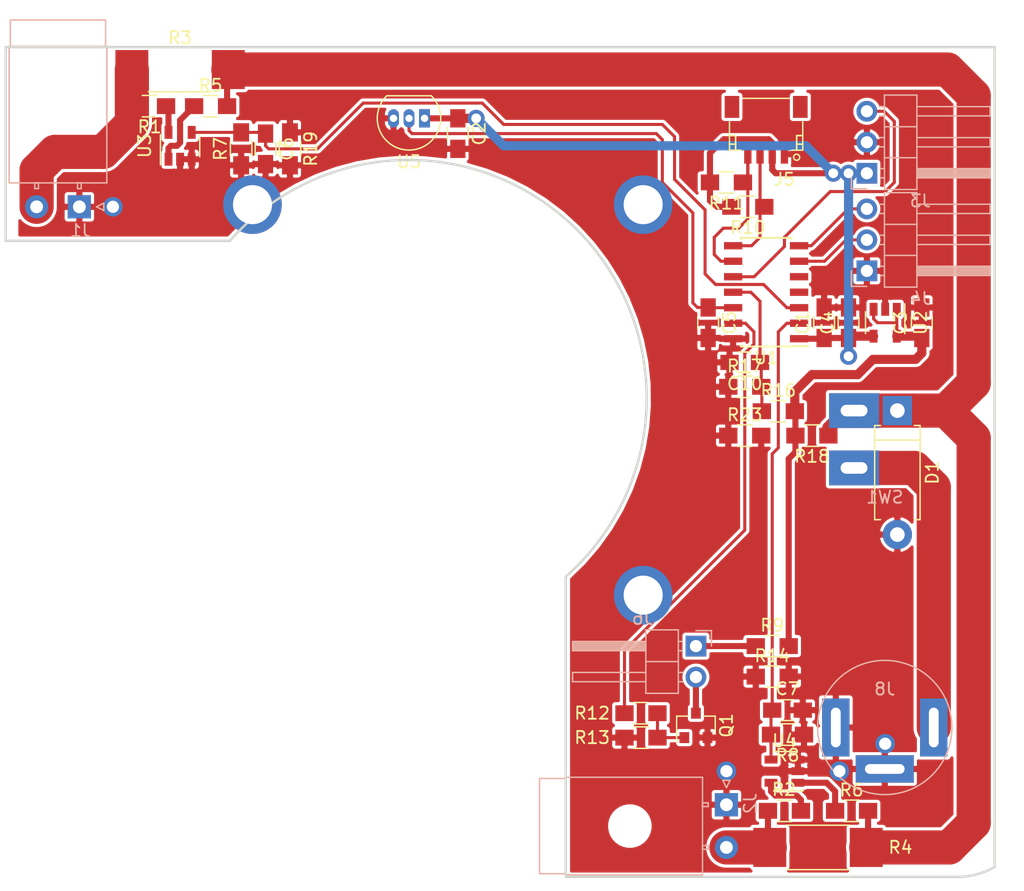
<source format=kicad_pcb>
(kicad_pcb (version 20171130) (host pcbnew "(5.1.5)-3")
  (layers (0 F.Cu signal) (31 B.Cu signal) (34 B.Paste user) (35 F.Paste user) (36 B.SilkS user) (37 F.SilkS user) (38 B.Mask user) (39 F.Mask user) (44 Edge.Cuts user))
  (net 0 "")
  (net 1 +5V)
  (net 2 GND)
  (net 3 +12V)
  (net 4 "Net-(C5-Pad1)")
  (net 5 "Net-(C6-Pad1)")
  (net 6 "Net-(C7-Pad1)")
  (net 7 "Net-(J1-Pad2)")
  (net 8 "Net-(J2-Pad2)")
  (net 9 "Net-(J3-Pad3)")
  (net 10 "Net-(J4-Pad2)")
  (net 11 "Net-(J6-Pad2)")
  (net 12 "Net-(Q1-Pad1)")
  (net 13 "Net-(R1-Pad1)")
  (net 14 "Net-(R2-Pad1)")
  (net 15 "Net-(R5-Pad1)")
  (net 16 "Net-(R6-Pad1)")
  (net 17 "Net-(R12-Pad1)")
  (net 18 "Net-(J8-Pad1)")
  (net 19 "Net-(C10-Pad1)")
  (net 20 "Net-(J4-Pad3)")
  (net 21 "Net-(J5-Pad3)")
  (net 22 "Net-(J5-Pad4)")
  (net 23 "Net-(U1-Pad4)")
  (net 24 "Net-(U1-Pad5)")
  (module ANT_PD:Barrel_Jack_CUI_PJ-005A (layer B.Cu) (at 176.015193 113.758 180)
    (fp_text reference J8 (at 4.012 3.15 180) (layer B.SilkS) (effects (justify mirror)))
    (fp_text value Barrel_Jack_Switch)
    (pad 2 thru_hole rect (at 4.012 -3.4 90) (size 2.25 4.75) (drill oval 0.8 3.25) (layers *.Cu *.Mask) (net 2 GND))
    (pad 3 thru_hole rect (at 8.023 0 180) (size 2.25 4.75) (drill oval 0.8 3.25) (layers *.Cu *.Mask) (net 2 GND))
    (pad 1 thru_hole rect (at 0 0 180) (size 2.25 4.75) (drill oval 0.8 3.25) (layers *.Cu *.Mask) (net 18 "Net-(J8-Pad1)"))
  )
  (module ANT_PD:SW_E-Switch_RR-3130-A (layer B.Cu) (at 169.485193 92.488 180)
    (fp_text reference SW1 (at -2.52 -2.4) (layer B.SilkS) (effects (justify mirror)))
    (fp_text value SW_SPST)
    (pad 2 thru_hole rect (at 0 4.7 90) (size 2.85 4.1) (drill oval 0.95 2.2) (layers *.Cu *.Mask) (net 3 +12V))
    (pad 1 thru_hole rect (at 0 0 90) (size 2.85 4.1) (drill oval 0.95 2.2) (layers *.Cu *.Mask) (net 18 "Net-(J8-Pad1)"))
  )
  (module Resistors_SMD:R_0805_HandSoldering (layer F.Cu) (at 160.535193 89.838)
    (fp_text reference R23 (at 0 -1.7) (layer F.SilkS))
    (fp_text value 0R)
    (pad 1 smd rect (at -1.35 0) (size 1.5 1.3) (layers F.Cu F.Paste F.Mask) (net 2 GND))
    (pad 2 smd rect (at 1.35 0) (size 1.5 1.3) (layers F.Cu F.Paste F.Mask) (net 2 GND))
  )
  (module Resistors_SMD:R_0805_HandSoldering (layer F.Cu) (at 123.285193 66.338 270)
    (fp_text reference R19 (at 0 -1.7 90) (layer F.SilkS))
    (fp_text value 0R)
    (pad 1 smd rect (at -1.35 0 270) (size 1.5 1.3) (layers F.Cu F.Paste F.Mask) (net 2 GND))
    (pad 2 smd rect (at 1.35 0 270) (size 1.5 1.3) (layers F.Cu F.Paste F.Mask) (net 2 GND))
  )
  (module Resistors_SMD:R_0805_HandSoldering (layer F.Cu) (at 166.035193 89.838 180)
    (fp_text reference R18 (at 0 -1.7) (layer F.SilkS))
    (fp_text value 0R)
    (pad 1 smd rect (at -1.35 0 180) (size 1.5 1.3) (layers F.Cu F.Paste F.Mask) (net 3 +12V))
    (pad 2 smd rect (at 1.35 0 180) (size 1.5 1.3) (layers F.Cu F.Paste F.Mask) (net 3 +12V))
  )
  (module Resistors_SMD:R_0805_HandSoldering (layer F.Cu) (at 162.785193 109.588)
    (fp_text reference R14 (at 0 -1.7) (layer F.SilkS))
    (fp_text value 0R)
    (pad 1 smd rect (at -1.35 0) (size 1.5 1.3) (layers F.Cu F.Paste F.Mask) (net 2 GND))
    (pad 2 smd rect (at 1.35 0) (size 1.5 1.3) (layers F.Cu F.Paste F.Mask) (net 2 GND))
  )
  (module Resistors_SMD:R_0805_HandSoldering (layer F.Cu) (at 162.785193 107.088)
    (fp_text reference R9 (at 0 -1.7) (layer F.SilkS))
    (fp_text value 0R)
    (pad 1 smd rect (at -1.35 0) (size 1.5 1.3) (layers F.Cu F.Paste F.Mask) (net 3 +12V))
    (pad 2 smd rect (at 1.35 0) (size 1.5 1.3) (layers F.Cu F.Paste F.Mask) (net 3 +12V))
  )
  (module Resistors_SMD:R_0805_HandSoldering (layer F.Cu) (at 159.035193 69.088 180)
    (fp_text reference R11 (at 0 -1.7) (layer F.SilkS))
    (fp_text value 4.7K)
    (pad 1 smd rect (at -1.35 0 180) (size 1.5 1.3) (layers F.Cu F.Paste F.Mask) (net 22 "Net-(J5-Pad4)"))
    (pad 2 smd rect (at 1.35 0 180) (size 1.5 1.3) (layers F.Cu F.Paste F.Mask) (net 1 +5V))
  )
  (module Resistors_SMD:R_0805_HandSoldering (layer F.Cu) (at 160.785193 71.088 180)
    (fp_text reference R10 (at 0 -1.7) (layer F.SilkS))
    (fp_text value 4.7K)
    (pad 1 smd rect (at -1.35 0 180) (size 1.5 1.3) (layers F.Cu F.Paste F.Mask) (net 21 "Net-(J5-Pad3)"))
    (pad 2 smd rect (at 1.35 0 180) (size 1.5 1.3) (layers F.Cu F.Paste F.Mask) (net 1 +5V))
  )
  (module Capacitors_SMD:C_0805_HandSoldering (layer F.Cu) (at 160.535193 83.838 180)
    (fp_text reference C10 (at 0 -1.75) (layer F.SilkS))
    (fp_text value 5.1nF)
    (pad 1 smd rect (at -1.25 0 180) (size 1.5 1.25) (layers F.Cu F.Paste F.Mask) (net 19 "Net-(C10-Pad1)"))
    (pad 2 smd rect (at 1.25 0 180) (size 1.5 1.25) (layers F.Cu F.Paste F.Mask) (net 2 GND))
  )
  (module Capacitors_SMD:C_0805_HandSoldering (layer F.Cu) (at 164.035193 112.338)
    (fp_text reference C7 (at 0 -1.75) (layer F.SilkS))
    (fp_text value 5.1nF)
    (pad 1 smd rect (at -1.25 0) (size 1.5 1.25) (layers F.Cu F.Paste F.Mask) (net 6 "Net-(C7-Pad1)"))
    (pad 2 smd rect (at 1.25 0) (size 1.5 1.25) (layers F.Cu F.Paste F.Mask) (net 2 GND))
  )
  (module Capacitors_SMD:C_0805_HandSoldering (layer F.Cu) (at 121.285193 66.338 270)
    (fp_text reference C6 (at 0 -1.75 90) (layer F.SilkS))
    (fp_text value 5.1nF)
    (pad 1 smd rect (at -1.25 0 270) (size 1.5 1.25) (layers F.Cu F.Paste F.Mask) (net 5 "Net-(C6-Pad1)"))
    (pad 2 smd rect (at 1.25 0 270) (size 1.5 1.25) (layers F.Cu F.Paste F.Mask) (net 2 GND))
  )
  (module Capacitors_SMD:C_0805_HandSoldering (layer F.Cu) (at 157.535193 80.588 270)
    (fp_text reference C5 (at 0 -1.75 90) (layer F.SilkS))
    (fp_text value 5.1nF)
    (pad 1 smd rect (at -1.25 0 270) (size 1.5 1.25) (layers F.Cu F.Paste F.Mask) (net 4 "Net-(C5-Pad1)"))
    (pad 2 smd rect (at 1.25 0 270) (size 1.5 1.25) (layers F.Cu F.Paste F.Mask) (net 2 GND))
  )
  (module Capacitors_SMD:C_0805_HandSoldering (layer F.Cu) (at 169.035193 80.588 90)
    (fp_text reference C4 (at 0 -1.75 90) (layer F.SilkS))
    (fp_text value 4.7uF)
    (pad 1 smd rect (at -1.25 0 90) (size 1.5 1.25) (layers F.Cu F.Paste F.Mask) (net 1 +5V))
    (pad 2 smd rect (at 1.25 0 90) (size 1.5 1.25) (layers F.Cu F.Paste F.Mask) (net 2 GND))
  )
  (module Capacitors_SMD:C_0805_HandSoldering (layer F.Cu) (at 175.035193 80.588 90)
    (fp_text reference C3 (at 0 -1.75 90) (layer F.SilkS))
    (fp_text value 2.2uF)
    (pad 1 smd rect (at -1.25 0 90) (size 1.5 1.25) (layers F.Cu F.Paste F.Mask) (net 3 +12V))
    (pad 2 smd rect (at 1.25 0 90) (size 1.5 1.25) (layers F.Cu F.Paste F.Mask) (net 2 GND))
  )
  (module Capacitors_SMD:C_0805_HandSoldering (layer F.Cu) (at 137.035193 65.088 270)
    (fp_text reference C2 (at 0 -1.75 90) (layer F.SilkS))
    (fp_text value 0.1uF)
    (pad 1 smd rect (at -1.25 0 270) (size 1.5 1.25) (layers F.Cu F.Paste F.Mask) (net 1 +5V))
    (pad 2 smd rect (at 1.25 0 270) (size 1.5 1.25) (layers F.Cu F.Paste F.Mask) (net 2 GND))
  )
  (module Capacitors_SMD:C_0805_HandSoldering (layer F.Cu) (at 167.035193 80.588 90)
    (fp_text reference C1 (at 0 -1.75 90) (layer F.SilkS))
    (fp_text value 0.1uF)
    (pad 1 smd rect (at -1.25 0 90) (size 1.5 1.25) (layers F.Cu F.Paste F.Mask) (net 1 +5V))
    (pad 2 smd rect (at 1.25 0 90) (size 1.5 1.25) (layers F.Cu F.Paste F.Mask) (net 2 GND))
  )
  (module Housings_SOIC:SOIC-14_3.9x8.7mm_Pitch1.27mm (layer F.Cu) (at 162.285193 78.088 180)
    (fp_text reference U1 (at 0 -5.375) (layer F.SilkS))
    (fp_text value ATtiny1604-SS)
    (pad 1 smd rect (at -2.7 -3.81 180) (size 1.5 0.6) (layers F.Cu F.Paste F.Mask) (net 1 +5V))
    (pad 2 smd rect (at -2.7 -2.54 180) (size 1.5 0.6) (layers F.Cu F.Paste F.Mask) (net 6 "Net-(C7-Pad1)"))
    (pad 3 smd rect (at -2.7 -1.27 180) (size 1.5 0.6) (layers F.Cu F.Paste F.Mask) (net 5 "Net-(C6-Pad1)"))
    (pad 4 smd rect (at -2.7 0 180) (size 1.5 0.6) (layers F.Cu F.Paste F.Mask) (net 23 "Net-(U1-Pad4)"))
    (pad 5 smd rect (at -2.7 1.27 180) (size 1.5 0.6) (layers F.Cu F.Paste F.Mask) (net 24 "Net-(U1-Pad5)"))
    (pad 6 smd rect (at -2.7 2.54 180) (size 1.5 0.6) (layers F.Cu F.Paste F.Mask) (net 10 "Net-(J4-Pad2)"))
    (pad 7 smd rect (at -2.7 3.81 180) (size 1.5 0.6) (layers F.Cu F.Paste F.Mask) (net 20 "Net-(J4-Pad3)"))
    (pad 8 smd rect (at 2.7 3.81 180) (size 1.5 0.6) (layers F.Cu F.Paste F.Mask) (net 21 "Net-(J5-Pad3)"))
    (pad 9 smd rect (at 2.7 2.54 180) (size 1.5 0.6) (layers F.Cu F.Paste F.Mask) (net 22 "Net-(J5-Pad4)"))
    (pad 10 smd rect (at 2.7 1.27 180) (size 1.5 0.6) (layers F.Cu F.Paste F.Mask) (net 9 "Net-(J3-Pad3)"))
    (pad 11 smd rect (at 2.7 0 180) (size 1.5 0.6) (layers F.Cu F.Paste F.Mask) (net 19 "Net-(C10-Pad1)"))
    (pad 12 smd rect (at 2.7 -1.27 180) (size 1.5 0.6) (layers F.Cu F.Paste F.Mask) (net 4 "Net-(C5-Pad1)"))
    (pad 13 smd rect (at 2.7 -2.54 180) (size 1.5 0.6) (layers F.Cu F.Paste F.Mask) (net 17 "Net-(R12-Pad1)"))
    (pad 14 smd rect (at 2.7 -3.81 180) (size 1.5 0.6) (layers F.Cu F.Paste F.Mask) (net 2 GND))
  )
  (module Pin_Headers:Pin_Header_Angled_1x03_Pitch2.54mm (layer B.Cu) (at 170.535193 68.338)
    (fp_text reference J3 (at 4.385 2.27) (layer B.SilkS) (effects (justify mirror)))
    (fp_text value UPDI)
    (pad 1 thru_hole rect (at 0 0) (size 1.7 1.7) (drill 1) (layers *.Cu *.Mask) (net 1 +5V))
    (pad 2 thru_hole oval (at 0 -2.54) (size 1.7 1.7) (drill 1) (layers *.Cu *.Mask) (net 2 GND))
    (pad 3 thru_hole oval (at 0 -5.08) (size 1.7 1.7) (drill 1) (layers *.Cu *.Mask) (net 9 "Net-(J3-Pad3)"))
  )
  (module Resistors_SMD:R_0805_HandSoldering (layer F.Cu) (at 160.535193 85.838)
    (fp_text reference R17 (at 0 -1.7) (layer F.SilkS))
    (fp_text value 1.5K)
    (pad 1 smd rect (at -1.35 0) (size 1.5 1.3) (layers F.Cu F.Paste F.Mask) (net 2 GND))
    (pad 2 smd rect (at 1.35 0) (size 1.5 1.3) (layers F.Cu F.Paste F.Mask) (net 19 "Net-(C10-Pad1)"))
  )
  (module Resistors_SMD:R_0805_HandSoldering (layer F.Cu) (at 163.285193 87.838)
    (fp_text reference R16 (at 0 -1.7) (layer F.SilkS))
    (fp_text value 13K)
    (pad 1 smd rect (at -1.35 0) (size 1.5 1.3) (layers F.Cu F.Paste F.Mask) (net 19 "Net-(C10-Pad1)"))
    (pad 2 smd rect (at 1.35 0) (size 1.5 1.3) (layers F.Cu F.Paste F.Mask) (net 3 +12V))
  )
  (module Diodes_THT:D_DO-15_P10.16mm_Horizontal (layer F.Cu) (at 173.035193 87.788 270)
    (fp_text reference D1 (at 5.08 -2.86 90) (layer F.SilkS))
    (fp_text value SA12CA)
    (pad 1 thru_hole rect (at 0 0 270) (size 2.4 2.4) (drill 1.2) (layers *.Cu *.Mask) (net 3 +12V))
    (pad 2 thru_hole oval (at 10.16 0 270) (size 2.4 2.4) (drill 1.2) (layers *.Cu *.Mask) (net 2 GND))
  )
  (module TO_SOT_Packages_THT:TO-92_Inline_Narrow_Oval (layer F.Cu) (at 134.305193 63.838 180)
    (fp_text reference U5 (at 1.27 -3.56) (layer F.SilkS))
    (fp_text value MCP9700A-ETO)
    (pad 2 thru_hole oval (at 1.27 0) (size 0.9 1.5) (drill 0.6) (layers *.Cu *.Mask) (net 4 "Net-(C5-Pad1)"))
    (pad 3 thru_hole oval (at 2.54 0) (size 0.9 1.5) (drill 0.6) (layers *.Cu *.Mask) (net 2 GND))
    (pad 1 thru_hole rect (at 0 0) (size 0.9 1.5) (drill 0.6) (layers *.Cu *.Mask) (net 1 +5V))
  )
  (module TO_SOT_Packages_SMD:SOT-23-5 (layer F.Cu) (at 163.785193 117.338 180)
    (fp_text reference U4 (at 0 2.5) (layer F.SilkS))
    (fp_text value SI8540-B-FWR)
    (pad 1 smd rect (at -1.1 -0.95 180) (size 1.06 0.65) (layers F.Cu F.Paste F.Mask) (net 16 "Net-(R6-Pad1)"))
    (pad 2 smd rect (at -1.1 0 180) (size 1.06 0.65) (layers F.Cu F.Paste F.Mask) (net 2 GND))
    (pad 3 smd rect (at -1.1 0.95 180) (size 1.06 0.65) (layers F.Cu F.Paste F.Mask) (net 2 GND))
    (pad 4 smd rect (at 1.1 0.95 180) (size 1.06 0.65) (layers F.Cu F.Paste F.Mask) (net 6 "Net-(C7-Pad1)"))
    (pad 5 smd rect (at 1.1 -0.95 180) (size 1.06 0.65) (layers F.Cu F.Paste F.Mask) (net 14 "Net-(R2-Pad1)"))
  )
  (module TO_SOT_Packages_SMD:SOT-23-5 (layer F.Cu) (at 114.285193 66.088 90)
    (fp_text reference U3 (at 0 -2.9 90) (layer F.SilkS))
    (fp_text value SI8540-B-FWR)
    (pad 1 smd rect (at -1.1 -0.95 90) (size 1.06 0.65) (layers F.Cu F.Paste F.Mask) (net 15 "Net-(R5-Pad1)"))
    (pad 2 smd rect (at -1.1 0 90) (size 1.06 0.65) (layers F.Cu F.Paste F.Mask) (net 2 GND))
    (pad 3 smd rect (at -1.1 0.95 90) (size 1.06 0.65) (layers F.Cu F.Paste F.Mask) (net 2 GND))
    (pad 4 smd rect (at 1.1 0.95 90) (size 1.06 0.65) (layers F.Cu F.Paste F.Mask) (net 5 "Net-(C6-Pad1)"))
    (pad 5 smd rect (at 1.1 -0.95 90) (size 1.06 0.65) (layers F.Cu F.Paste F.Mask) (net 13 "Net-(R1-Pad1)"))
  )
  (module TO_SOT_Packages_SMD:SOT-23-5 (layer F.Cu) (at 172.035193 80.588 270)
    (fp_text reference U2 (at 0 -2.9 90) (layer F.SilkS))
    (fp_text value R1191N050B-TR-FE)
    (pad 1 smd rect (at -1.1 -0.95 270) (size 1.06 0.65) (layers F.Cu F.Paste F.Mask) (net 3 +12V))
    (pad 2 smd rect (at -1.1 0 270) (size 1.06 0.65) (layers F.Cu F.Paste F.Mask) (net 2 GND))
    (pad 3 smd rect (at -1.1 0.95 270) (size 1.06 0.65) (layers F.Cu F.Paste F.Mask) (net 3 +12V))
    (pad 4 smd rect (at 1.1 0.95 270) (size 1.06 0.65) (layers F.Cu F.Paste F.Mask) (net 1 +5V))
    (pad 5 smd rect (at 1.1 -0.95 270) (size 1.06 0.65) (layers F.Cu F.Paste F.Mask) (net 3 +12V))
  )
  (module Resistors_SMD:R_0805_HandSoldering (layer F.Cu) (at 152.035193 114.588)
    (fp_text reference R13 (at -4 0) (layer F.SilkS))
    (fp_text value 100K)
    (pad 1 smd rect (at -1.35 0) (size 1.5 1.3) (layers F.Cu F.Paste F.Mask) (net 2 GND))
    (pad 2 smd rect (at 1.35 0) (size 1.5 1.3) (layers F.Cu F.Paste F.Mask) (net 12 "Net-(Q1-Pad1)"))
  )
  (module Resistors_SMD:R_0805_HandSoldering (layer F.Cu) (at 152.035193 112.588)
    (fp_text reference R12 (at -4 0) (layer F.SilkS))
    (fp_text value 1K)
    (pad 1 smd rect (at -1.35 0) (size 1.5 1.3) (layers F.Cu F.Paste F.Mask) (net 17 "Net-(R12-Pad1)"))
    (pad 2 smd rect (at 1.35 0) (size 1.5 1.3) (layers F.Cu F.Paste F.Mask) (net 12 "Net-(Q1-Pad1)"))
  )
  (module Resistors_SMD:R_0805_HandSoldering (layer F.Cu) (at 164.035193 114.338 180)
    (fp_text reference R8 (at 0 -1.7) (layer F.SilkS))
    (fp_text value 1.5K)
    (pad 1 smd rect (at -1.35 0 180) (size 1.5 1.3) (layers F.Cu F.Paste F.Mask) (net 2 GND))
    (pad 2 smd rect (at 1.35 0 180) (size 1.5 1.3) (layers F.Cu F.Paste F.Mask) (net 6 "Net-(C7-Pad1)"))
  )
  (module Resistors_SMD:R_0805_HandSoldering (layer F.Cu) (at 119.285193 66.338 90)
    (fp_text reference R7 (at 0 -1.7 90) (layer F.SilkS))
    (fp_text value 1.5K)
    (pad 1 smd rect (at -1.35 0 90) (size 1.5 1.3) (layers F.Cu F.Paste F.Mask) (net 2 GND))
    (pad 2 smd rect (at 1.35 0 90) (size 1.5 1.3) (layers F.Cu F.Paste F.Mask) (net 5 "Net-(C6-Pad1)"))
  )
  (module Resistors_SMD:R_0805_HandSoldering (layer F.Cu) (at 169.285193 120.588)
    (fp_text reference R6 (at 0 -1.7) (layer F.SilkS))
    (fp_text value 50R)
    (pad 1 smd rect (at -1.35 0) (size 1.5 1.3) (layers F.Cu F.Paste F.Mask) (net 16 "Net-(R6-Pad1)"))
    (pad 2 smd rect (at 1.35 0) (size 1.5 1.3) (layers F.Cu F.Paste F.Mask) (net 3 +12V))
  )
  (module Resistors_SMD:R_0805_HandSoldering (layer F.Cu) (at 116.785193 62.838)
    (fp_text reference R5 (at 0 -1.7) (layer F.SilkS))
    (fp_text value 50R)
    (pad 1 smd rect (at -1.35 0) (size 1.5 1.3) (layers F.Cu F.Paste F.Mask) (net 15 "Net-(R5-Pad1)"))
    (pad 2 smd rect (at 1.35 0) (size 1.5 1.3) (layers F.Cu F.Paste F.Mask) (net 3 +12V))
  )
  (module Resistors_SMD:R_2512_HandSoldering (layer F.Cu) (at 166.535193 123.588)
    (fp_text reference R4 (at 6.75 0) (layer F.SilkS))
    (fp_text value 5m)
    (pad 1 smd rect (at -3.95 0) (size 2.7 3.2) (layers F.Cu F.Paste F.Mask) (net 8 "Net-(J2-Pad2)"))
    (pad 2 smd rect (at 3.95 0) (size 2.7 3.2) (layers F.Cu F.Paste F.Mask) (net 3 +12V))
  )
  (module Resistors_SMD:R_2512_HandSoldering (layer F.Cu) (at 114.285193 59.838)
    (fp_text reference R3 (at 0 -2.6) (layer F.SilkS))
    (fp_text value 5m)
    (pad 1 smd rect (at -3.95 0) (size 2.7 3.2) (layers F.Cu F.Paste F.Mask) (net 7 "Net-(J1-Pad2)"))
    (pad 2 smd rect (at 3.95 0) (size 2.7 3.2) (layers F.Cu F.Paste F.Mask) (net 3 +12V))
  )
  (module Resistors_SMD:R_0805_HandSoldering (layer F.Cu) (at 163.785193 120.588 180)
    (fp_text reference R2 (at 0.0452 1.75) (layer F.SilkS))
    (fp_text value 50R)
    (pad 1 smd rect (at -1.35 0 180) (size 1.5 1.3) (layers F.Cu F.Paste F.Mask) (net 14 "Net-(R2-Pad1)"))
    (pad 2 smd rect (at 1.35 0 180) (size 1.5 1.3) (layers F.Cu F.Paste F.Mask) (net 8 "Net-(J2-Pad2)"))
  )
  (module Resistors_SMD:R_0805_HandSoldering (layer F.Cu) (at 111.785193 62.838 180)
    (fp_text reference R1 (at 0 -1.7) (layer F.SilkS))
    (fp_text value 50R)
    (pad 1 smd rect (at -1.35 0 180) (size 1.5 1.3) (layers F.Cu F.Paste F.Mask) (net 13 "Net-(R1-Pad1)"))
    (pad 2 smd rect (at 1.35 0 180) (size 1.5 1.3) (layers F.Cu F.Paste F.Mask) (net 7 "Net-(J1-Pad2)"))
  )
  (module TO_SOT_Packages_SMD:SOT-23 (layer F.Cu) (at 156.535193 113.588 90)
    (fp_text reference Q1 (at 0 2.5 90) (layer F.SilkS))
    (fp_text value 2N7002)
    (pad 1 smd rect (at -1 -0.95 90) (size 0.9 0.8) (layers F.Cu F.Paste F.Mask) (net 12 "Net-(Q1-Pad1)"))
    (pad 2 smd rect (at -1 0.95 90) (size 0.9 0.8) (layers F.Cu F.Paste F.Mask) (net 2 GND))
    (pad 3 smd rect (at 1 0 90) (size 0.9 0.8) (layers F.Cu F.Paste F.Mask) (net 11 "Net-(J6-Pad2)"))
  )
  (module Pin_Headers:Pin_Header_Angled_1x02_Pitch2.54mm (layer B.Cu) (at 156.535193 107.088 180)
    (fp_text reference J6 (at 4.385 2.27) (layer B.SilkS) (effects (justify mirror)))
    (fp_text value Fan)
    (pad 1 thru_hole rect (at 0 0 180) (size 1.7 1.7) (drill 1) (layers *.Cu *.Mask) (net 3 +12V))
    (pad 2 thru_hole oval (at 0 -2.54 180) (size 1.7 1.7) (drill 1) (layers *.Cu *.Mask) (net 11 "Net-(J6-Pad2)"))
  )
  (module Connectors_JST:JST_SH_SM04B-SRSS-TB_04x1.00mm_Angled (layer F.Cu) (at 162.285193 64.838 180)
    (fp_text reference J5 (at -1.5 -4) (layer F.SilkS))
    (fp_text value Qwiic)
    (pad 1 smd rect (at -1.5 -1.9375 180) (size 0.6 1.55) (layers F.Cu F.Paste F.Mask) (net 2 GND))
    (pad 2 smd rect (at -0.5 -1.9375 180) (size 0.6 1.55) (layers F.Cu F.Paste F.Mask) (net 1 +5V))
    (pad 3 smd rect (at 0.5 -1.9375 180) (size 0.6 1.55) (layers F.Cu F.Paste F.Mask) (net 21 "Net-(J5-Pad3)"))
    (pad 4 smd rect (at 1.5 -1.9375 180) (size 0.6 1.55) (layers F.Cu F.Paste F.Mask) (net 22 "Net-(J5-Pad4)"))
    (pad "" smd rect (at -2.8 1.9375 180) (size 1.2 1.8) (layers F.Cu F.Paste F.Mask))
    (pad "" smd rect (at 2.8 1.9375 180) (size 1.2 1.8) (layers *.Paste F.Cu F.Mask))
  )
  (module Pin_Headers:Pin_Header_Angled_1x03_Pitch2.54mm (layer B.Cu) (at 170.535193 76.338)
    (fp_text reference J4 (at 4.385 2.27) (layer B.SilkS) (effects (justify mirror)))
    (fp_text value UART)
    (pad 3 thru_hole oval (at 0 -5.08) (size 1.7 1.7) (drill 1) (layers *.Cu *.Mask) (net 20 "Net-(J4-Pad3)"))
    (pad 2 thru_hole oval (at 0 -2.54) (size 1.7 1.7) (drill 1) (layers *.Cu *.Mask) (net 10 "Net-(J4-Pad2)"))
    (pad 1 thru_hole rect (at 0 0) (size 1.7 1.7) (drill 1) (layers *.Cu *.Mask) (net 2 GND))
  )
  (module ANT_PD:Molex_UltraFit_1x02x3.50mm_Angled (layer B.Cu) (at 159.035193 120.088 270)
    (fp_text reference J2 (at -0.1 -1.95 90) (layer B.SilkS) (effects (justify mirror)))
    (fp_text value MOTORS)
    (pad 2 thru_hole circle (at 3.5 0 270) (size 1.9 1.9) (drill 1.05) (layers *.Cu *.Mask) (net 8 "Net-(J2-Pad2)"))
    (pad 1 thru_hole rect (at 0 0 270) (size 1.9 1.9) (drill 1.05) (layers *.Cu *.Mask) (net 2 GND))
    (pad "" np_thru_hole circle (at 1.75 7.91 270) (size 3.05 3.05) (drill 3.05) (layers *.Cu *.Mask))
  )
  (module ANT_PD:Molex_UltraFit_1x02x3.50mm_Angled (layer B.Cu) (at 106.035193 71.088 180)
    (fp_text reference J1 (at -0.1 -1.95) (layer B.SilkS) (effects (justify mirror)))
    (fp_text value SPINDLE)
    (pad 2 thru_hole circle (at 3.5 0 180) (size 1.9 1.9) (drill 1.05) (layers *.Cu *.Mask) (net 7 "Net-(J1-Pad2)"))
    (pad 1 thru_hole rect (at 0 0 180) (size 1.9 1.9) (drill 1.05) (layers *.Cu *.Mask) (net 2 GND))
    (pad "" np_thru_hole circle (at 1.75 7.91 180) (size 3.05 3.05) (drill 3.05) (layers *.Cu *.Mask))
  )
  (gr_line (start 100 58) (end 100 73.87739) (layer Edge.Cuts) (width 0.2))
  (gr_arc (start 133.003513 86.749828) (end 145.872593 101.397399) (angle -187.3830023) (layer Edge.Cuts) (width 0.2))
  (gr_line (start 100 73.87739) (end 118.358893 73.87739) (layer Edge.Cuts) (width 0.2))
  (gr_line (start 181.002322 125.185897) (end 181.002322 58) (layer Edge.Cuts) (width 0.2))
  (gr_arc (start 177.965623 119.930049) (end 177.999999 126) (angle -29.69377473) (layer Edge.Cuts) (width 0.2))
  (gr_line (start 145.872593 101.397399) (end 145.872593 126) (layer Edge.Cuts) (width 0.2))
  (gr_line (start 181.002322 58) (end 100 58) (layer Edge.Cuts) (width 0.2))
  (gr_line (start 145.872593 126) (end 177.999999 126) (layer Edge.Cuts) (width 0.2))
  (via (at 169.035193 83.338) (size 1.4) (drill 0.8) (layers F.Cu B.Cu) (net 1))
  (segment (start 169.185193 81.688) (end 169.035193 81.838) (width 0.75) (layer F.Cu) (net 1))
  (segment (start 171.085193 81.688) (end 169.185193 81.688) (width 0.75) (layer F.Cu) (net 1))
  (segment (start 166.975193 81.898) (end 167.035193 81.838) (width 0.5) (layer F.Cu) (net 1))
  (segment (start 164.985193 81.898) (end 166.975193 81.898) (width 0.5) (layer F.Cu) (net 1))
  (segment (start 158.285193 71.088) (end 159.435193 71.088) (width 0.5) (layer F.Cu) (net 1))
  (segment (start 157.685193 69.088) (end 157.685193 70.588) (width 0.5) (layer F.Cu) (net 1))
  (segment (start 157.685193 70.588) (end 158.285193 71.088) (width 0.5) (layer F.Cu) (net 1))
  (segment (start 162.785193 66.7755) (end 162.785193 65.838) (width 0.5) (layer F.Cu) (net 1))
  (segment (start 137.035193 63.838) (end 134.305193 63.838) (width 0.5) (layer F.Cu) (net 1))
  (segment (start 169.035193 81.838) (end 167.035193 81.838) (width 0.5) (layer F.Cu) (net 1))
  (segment (start 163.072693 68.338) (end 170.535193 68.338) (width 0.5) (layer F.Cu) (net 1))
  (segment (start 162.785193 66.7755) (end 162.785193 68.0505) (width 0.5) (layer F.Cu) (net 1))
  (segment (start 162.785193 68.0505) (end 163.072693 68.338) (width 0.5) (layer F.Cu) (net 1))
  (segment (start 157.685193 69.088) (end 157.685193 66.688) (width 0.5) (layer F.Cu) (net 1))
  (segment (start 162.497692 65.550499) (end 162.785193 65.838) (width 0.5) (layer F.Cu) (net 1))
  (segment (start 158.822694 65.550499) (end 162.497692 65.550499) (width 0.5) (layer F.Cu) (net 1))
  (segment (start 157.685193 66.688) (end 158.822694 65.550499) (width 0.5) (layer F.Cu) (net 1))
  (via (at 169.035193 68.338) (size 1.4) (drill 0.8) (layers F.Cu B.Cu) (net 1))
  (via (at 167.785193 68.338) (size 1.4) (drill 0.8) (layers F.Cu B.Cu) (net 1))
  (via (at 138.535193 63.838) (size 1.4) (drill 0.8) (layers F.Cu B.Cu) (net 1))
  (segment (start 138.535193 63.838) (end 137.035193 63.838) (width 0.75) (layer F.Cu) (net 1))
  (segment (start 169.035193 83.588) (end 169.035193 68.338) (width 0.75) (layer B.Cu) (net 1))
  (segment (start 139.160192 64.462999) (end 138.535193 63.838) (width 0.75) (layer B.Cu) (net 1))
  (segment (start 140.785193 66.088) (end 139.160192 64.462999) (width 0.75) (layer B.Cu) (net 1))
  (segment (start 167.785193 68.338) (end 165.535193 66.088) (width 0.75) (layer B.Cu) (net 1))
  (segment (start 165.535193 66.088) (end 140.785193 66.088) (width 0.75) (layer B.Cu) (net 1))
  (segment (start 169.035193 81.838) (end 169.035193 83.338) (width 0.75) (layer F.Cu) (net 1))
  (via (at 120.214807 70.911999) (size 4.8) (drill 3.2) (layers F.Cu B.Cu) (net 2))
  (via (at 152.214807 70.911999) (size 4.8) (drill 3.2) (layers F.Cu B.Cu) (net 2))
  (via (at 152.214807 102.911999) (size 4.8) (drill 3.2) (layers F.Cu B.Cu) (net 2))
  (via (at 159.035193 117.338) (size 1.6) (drill 1) (layers F.Cu B.Cu) (net 2))
  (via (at 168.285193 117.338) (size 1.6) (drill 1) (layers F.Cu B.Cu) (net 2))
  (via (at 108.785193 71.088) (size 1.6) (drill 1) (layers F.Cu B.Cu) (net 2))
  (via (at 172.035193 115.088) (size 1.6) (drill 1) (layers F.Cu B.Cu) (net 2))
  (segment (start 172.985193 79.488) (end 172.985193 81.688) (width 0.25) (layer F.Cu) (net 3))
  (segment (start 171.085193 80.268) (end 171.405193 80.588) (width 0.25) (layer F.Cu) (net 3))
  (segment (start 171.085193 79.488) (end 171.085193 80.268) (width 0.25) (layer F.Cu) (net 3))
  (segment (start 171.405193 80.588) (end 172.785193 80.588) (width 0.25) (layer F.Cu) (net 3))
  (segment (start 172.985193 80.788) (end 172.985193 81.688) (width 0.25) (layer F.Cu) (net 3))
  (segment (start 172.785193 80.588) (end 172.985193 80.788) (width 0.25) (layer F.Cu) (net 3))
  (segment (start 174.885193 81.688) (end 175.035193 81.838) (width 0.75) (layer F.Cu) (net 3))
  (segment (start 172.985193 81.688) (end 174.885193 81.688) (width 0.75) (layer F.Cu) (net 3))
  (segment (start 170.635193 123.438) (end 170.485193 123.588) (width 0.5) (layer F.Cu) (net 3))
  (segment (start 170.635193 120.588) (end 170.635193 123.438) (width 0.5) (layer F.Cu) (net 3))
  (segment (start 118.135193 59.938) (end 118.235193 59.838) (width 0.5) (layer F.Cu) (net 3))
  (segment (start 118.135193 62.838) (end 118.135193 59.938) (width 0.5) (layer F.Cu) (net 3))
  (segment (start 156.535193 107.088) (end 161.435193 107.088) (width 0.5) (layer F.Cu) (net 3))
  (segment (start 170.485193 123.588) (end 177.285193 123.588) (width 2.8) (layer F.Cu) (net 3))
  (segment (start 177.285193 123.588) (end 179.285193 121.588) (width 2.8) (layer F.Cu) (net 3))
  (segment (start 169.481999 87.788) (end 169.48 87.789999) (width 2.8) (layer F.Cu) (net 3))
  (segment (start 177.035193 87.788) (end 174.335193 87.788) (width 2.8) (layer F.Cu) (net 3))
  (segment (start 174.335193 87.788) (end 169.485193 87.788) (width 2.8) (layer F.Cu) (net 3))
  (segment (start 179.285193 90.038) (end 177.035193 87.788) (width 2.8) (layer F.Cu) (net 3))
  (segment (start 179.285193 90.038) (end 179.285193 121.588) (width 2.8) (layer F.Cu) (net 3))
  (segment (start 177.147201 59.838) (end 179.285193 61.975992) (width 2.8) (layer F.Cu) (net 3))
  (segment (start 179.285193 85.538) (end 177.035193 87.788) (width 2.8) (layer F.Cu) (net 3))
  (segment (start 179.285193 61.975992) (end 179.285193 85.538) (width 2.8) (layer F.Cu) (net 3))
  (segment (start 174.535193 83.588) (end 175.035193 83.088) (width 0.75) (layer F.Cu) (net 3))
  (segment (start 164.635193 86.238) (end 166.035193 84.838) (width 0.75) (layer F.Cu) (net 3))
  (segment (start 169.785193 84.838) (end 171.035193 83.588) (width 0.75) (layer F.Cu) (net 3))
  (segment (start 175.035193 83.088) (end 175.035193 81.838) (width 0.75) (layer F.Cu) (net 3))
  (segment (start 164.635193 87.838) (end 164.635193 86.238) (width 0.75) (layer F.Cu) (net 3))
  (segment (start 166.035193 84.838) (end 169.785193 84.838) (width 0.75) (layer F.Cu) (net 3))
  (segment (start 171.035193 83.588) (end 174.535193 83.588) (width 0.75) (layer F.Cu) (net 3))
  (segment (start 118.235193 59.838) (end 177.136561 59.838) (width 2.8) (layer F.Cu) (net 3))
  (segment (start 164.685193 87.888) (end 164.635193 87.838) (width 0.5) (layer F.Cu) (net 3))
  (segment (start 164.685193 89.838) (end 164.685193 87.888) (width 0.5) (layer F.Cu) (net 3))
  (segment (start 164.685193 91.188) (end 164.685193 89.838) (width 0.5) (layer F.Cu) (net 3))
  (segment (start 164.135193 107.088) (end 164.135193 91.738) (width 0.5) (layer F.Cu) (net 3))
  (segment (start 164.135193 91.738) (end 164.685193 91.188) (width 0.5) (layer F.Cu) (net 3))
  (segment (start 167.385193 89.838) (end 167.385193 89.188) (width 1) (layer F.Cu) (net 3))
  (segment (start 168.785193 87.788) (end 169.485193 87.788) (width 1) (layer F.Cu) (net 3))
  (segment (start 167.385193 89.188) (end 168.785193 87.788) (width 1) (layer F.Cu) (net 3))
  (segment (start 159.585193 79.358) (end 158.015193 79.358) (width 0.25) (layer F.Cu) (net 4))
  (segment (start 156.285193 78.963) (end 156.660193 79.338) (width 0.25) (layer F.Cu) (net 4))
  (segment (start 156.660193 79.338) (end 157.535193 79.338) (width 0.25) (layer F.Cu) (net 4))
  (segment (start 156.285193 71.588) (end 156.285193 78.963) (width 0.25) (layer F.Cu) (net 4))
  (segment (start 153.785193 69.088) (end 156.285193 71.588) (width 0.25) (layer F.Cu) (net 4))
  (segment (start 133.035193 64.838) (end 133.285193 65.088) (width 0.25) (layer F.Cu) (net 4))
  (segment (start 133.035193 63.838) (end 133.035193 64.838) (width 0.25) (layer F.Cu) (net 4))
  (segment (start 133.285193 65.088) (end 153.285193 65.088) (width 0.25) (layer F.Cu) (net 4))
  (segment (start 153.785193 65.588) (end 153.785193 69.088) (width 0.25) (layer F.Cu) (net 4))
  (segment (start 153.285193 65.088) (end 153.785193 65.588) (width 0.25) (layer F.Cu) (net 4))
  (segment (start 119.185193 64.988) (end 119.285193 65.088) (width 0.25) (layer F.Cu) (net 5))
  (segment (start 119.285193 64.988) (end 121.185193 64.988) (width 0.25) (layer F.Cu) (net 5))
  (segment (start 115.235193 64.988) (end 119.285193 64.988) (width 0.25) (layer F.Cu) (net 5))
  (segment (start 121.285193 66.088) (end 121.285193 65.088) (width 0.25) (layer F.Cu) (net 5))
  (segment (start 125.535193 66.338) (end 121.535193 66.338) (width 0.25) (layer F.Cu) (net 5))
  (segment (start 129.285193 62.588) (end 125.535193 66.338) (width 0.25) (layer F.Cu) (net 5))
  (segment (start 121.535193 66.338) (end 121.285193 66.088) (width 0.25) (layer F.Cu) (net 5))
  (segment (start 157.285193 76.588) (end 157.285193 71.338) (width 0.25) (layer F.Cu) (net 5))
  (segment (start 162.080193 77.453) (end 158.150193 77.453) (width 0.25) (layer F.Cu) (net 5))
  (segment (start 154.785193 68.838) (end 154.785193 65.338) (width 0.25) (layer F.Cu) (net 5))
  (segment (start 140.785193 64.338) (end 139.035193 62.588) (width 0.25) (layer F.Cu) (net 5))
  (segment (start 164.985193 79.358) (end 163.985193 79.358) (width 0.25) (layer F.Cu) (net 5))
  (segment (start 158.150193 77.453) (end 157.285193 76.588) (width 0.25) (layer F.Cu) (net 5))
  (segment (start 163.985193 79.358) (end 162.080193 77.453) (width 0.25) (layer F.Cu) (net 5))
  (segment (start 157.285193 71.338) (end 154.785193 68.838) (width 0.25) (layer F.Cu) (net 5))
  (segment (start 154.785193 65.338) (end 153.785193 64.338) (width 0.25) (layer F.Cu) (net 5))
  (segment (start 153.785193 64.338) (end 140.785193 64.338) (width 0.25) (layer F.Cu) (net 5))
  (segment (start 139.035193 62.588) (end 129.285193 62.588) (width 0.25) (layer F.Cu) (net 5))
  (segment (start 162.685193 112.438) (end 162.785193 112.338) (width 0.25) (layer F.Cu) (net 6))
  (segment (start 162.685193 114.338) (end 162.685193 112.438) (width 0.25) (layer F.Cu) (net 6))
  (segment (start 162.685193 114.338) (end 162.685193 116.388) (width 0.25) (layer F.Cu) (net 6))
  (segment (start 163.985193 80.628) (end 164.985193 80.628) (width 0.25) (layer F.Cu) (net 6))
  (segment (start 163.285193 81.328) (end 163.985193 80.628) (width 0.25) (layer F.Cu) (net 6))
  (segment (start 162.785193 91.338) (end 163.285193 90.838) (width 0.25) (layer F.Cu) (net 6))
  (segment (start 162.785193 112.338) (end 162.785193 91.338) (width 0.25) (layer F.Cu) (net 6))
  (segment (start 163.285193 81.328) (end 163.285193 90.838) (width 0.25) (layer F.Cu) (net 6))
  (segment (start 104.035193 66.588) (end 102.535193 68.088) (width 2.8) (layer F.Cu) (net 7))
  (segment (start 102.535193 68.088) (end 102.535193 71.088) (width 2.8) (layer F.Cu) (net 7))
  (segment (start 107.985193 66.588) (end 104.035193 66.588) (width 2.8) (layer F.Cu) (net 7))
  (segment (start 110.335193 64.238) (end 107.985193 66.588) (width 2.8) (layer F.Cu) (net 7))
  (segment (start 110.335193 59.838) (end 110.335193 64.238) (width 2.8) (layer F.Cu) (net 7))
  (segment (start 162.585193 123.588) (end 159.035193 123.588) (width 2.8) (layer F.Cu) (net 8))
  (segment (start 162.435193 123.438) (end 162.585193 123.588) (width 0.5) (layer F.Cu) (net 8))
  (segment (start 162.435193 120.588) (end 162.435193 123.438) (width 0.5) (layer F.Cu) (net 8))
  (segment (start 161.305193 76.818) (end 163.785193 74.338) (width 0.25) (layer F.Cu) (net 9))
  (segment (start 163.785193 74.338) (end 163.785193 73.588) (width 0.25) (layer F.Cu) (net 9))
  (segment (start 159.585193 76.818) (end 161.305193 76.818) (width 0.25) (layer F.Cu) (net 9))
  (segment (start 163.785193 73.588) (end 167.535193 69.838) (width 0.25) (layer F.Cu) (net 9))
  (segment (start 167.535193 69.838) (end 172.035193 69.838) (width 0.25) (layer F.Cu) (net 9))
  (segment (start 172.035193 69.838) (end 172.785193 69.088) (width 0.25) (layer F.Cu) (net 9))
  (segment (start 172.785193 69.088) (end 172.785193 64.088) (width 0.25) (layer F.Cu) (net 9))
  (segment (start 171.955193 63.258) (end 170.535193 63.258) (width 0.25) (layer F.Cu) (net 9))
  (segment (start 172.785193 64.088) (end 171.955193 63.258) (width 0.25) (layer F.Cu) (net 9))
  (segment (start 168.825193 73.798) (end 170.535193 73.798) (width 0.25) (layer F.Cu) (net 10))
  (segment (start 164.985193 75.548) (end 167.075193 75.548) (width 0.25) (layer F.Cu) (net 10))
  (segment (start 167.075193 75.548) (end 168.825193 73.798) (width 0.25) (layer F.Cu) (net 10))
  (segment (start 156.535193 112.588) (end 156.535193 109.628) (width 0.5) (layer F.Cu) (net 11))
  (segment (start 155.585193 114.588) (end 153.385193 114.588) (width 0.25) (layer F.Cu) (net 12))
  (segment (start 153.385193 114.588) (end 153.385193 112.588) (width 0.25) (layer F.Cu) (net 12))
  (segment (start 113.335193 63.038) (end 113.135193 62.838) (width 0.5) (layer F.Cu) (net 13))
  (segment (start 113.335193 64.988) (end 113.335193 63.038) (width 0.5) (layer F.Cu) (net 13))
  (segment (start 165.135193 120.588) (end 165.135193 119.688) (width 0.5) (layer F.Cu) (net 14))
  (segment (start 162.685193 118.988) (end 162.685193 118.288) (width 0.5) (layer F.Cu) (net 14))
  (segment (start 163.035193 119.338) (end 162.685193 118.988) (width 0.5) (layer F.Cu) (net 14))
  (segment (start 164.785193 119.338) (end 163.035193 119.338) (width 0.5) (layer F.Cu) (net 14))
  (segment (start 165.135193 119.688) (end 164.785193 119.338) (width 0.5) (layer F.Cu) (net 14))
  (segment (start 114.285193 63.988) (end 115.435193 62.838) (width 0.5) (layer F.Cu) (net 15))
  (segment (start 113.335193 66.288) (end 113.535193 66.088) (width 0.5) (layer F.Cu) (net 15))
  (segment (start 114.035193 66.088) (end 114.285193 65.838) (width 0.5) (layer F.Cu) (net 15))
  (segment (start 113.535193 66.088) (end 114.035193 66.088) (width 0.5) (layer F.Cu) (net 15))
  (segment (start 113.335193 67.188) (end 113.335193 66.288) (width 0.5) (layer F.Cu) (net 15))
  (segment (start 114.285193 65.838) (end 114.285193 63.988) (width 0.5) (layer F.Cu) (net 15))
  (segment (start 167.235193 118.288) (end 164.885193 118.288) (width 0.5) (layer F.Cu) (net 16))
  (segment (start 167.935193 120.588) (end 167.935193 118.988) (width 0.5) (layer F.Cu) (net 16))
  (segment (start 167.935193 118.988) (end 167.235193 118.288) (width 0.5) (layer F.Cu) (net 16))
  (segment (start 150.685193 107.438) (end 160.035193 98.088) (width 0.25) (layer F.Cu) (net 17))
  (segment (start 150.685193 112.588) (end 150.685193 107.438) (width 0.25) (layer F.Cu) (net 17))
  (segment (start 160.035193 98.088) (end 160.535193 97.588) (width 0.25) (layer F.Cu) (net 17))
  (segment (start 161.285193 81.328) (end 160.585193 80.628) (width 0.25) (layer F.Cu) (net 17))
  (segment (start 160.585193 80.628) (end 159.585193 80.628) (width 0.25) (layer F.Cu) (net 17))
  (segment (start 161.285193 82.338) (end 161.285193 81.328) (width 0.25) (layer F.Cu) (net 17))
  (segment (start 160.535193 97.588) (end 160.535193 83.088) (width 0.25) (layer F.Cu) (net 17))
  (segment (start 160.535193 83.088) (end 161.285193 82.338) (width 0.25) (layer F.Cu) (net 17))
  (segment (start 176.015193 113.758) (end 176.015193 94.068) (width 2.8) (layer F.Cu) (net 18))
  (segment (start 174.437192 92.489999) (end 169.48 92.489999) (width 2.8) (layer F.Cu) (net 18))
  (segment (start 176.015193 94.068) (end 174.437192 92.489999) (width 2.8) (layer F.Cu) (net 18))
  (segment (start 161.035193 78.088) (end 159.585193 78.088) (width 0.25) (layer F.Cu) (net 19))
  (segment (start 161.935193 85.888) (end 161.885193 85.838) (width 0.25) (layer F.Cu) (net 19))
  (segment (start 161.935193 87.838) (end 161.935193 85.888) (width 0.25) (layer F.Cu) (net 19))
  (segment (start 161.885193 83.938) (end 161.785193 83.838) (width 0.25) (layer F.Cu) (net 19))
  (segment (start 161.885193 85.838) (end 161.885193 83.938) (width 0.25) (layer F.Cu) (net 19))
  (segment (start 161.785193 78.838) (end 161.035193 78.088) (width 0.25) (layer F.Cu) (net 19))
  (segment (start 161.785193 83.838) (end 161.785193 78.838) (width 0.25) (layer F.Cu) (net 19))
  (segment (start 169.005193 71.258) (end 170.535193 71.258) (width 0.25) (layer F.Cu) (net 20))
  (segment (start 164.985193 74.278) (end 165.985193 74.278) (width 0.25) (layer F.Cu) (net 20))
  (segment (start 165.985193 74.278) (end 169.005193 71.258) (width 0.25) (layer F.Cu) (net 20))
  (segment (start 162.035193 71.088) (end 161.785193 71.338) (width 0.25) (layer F.Cu) (net 21))
  (segment (start 162.135193 71.088) (end 162.035193 71.088) (width 0.25) (layer F.Cu) (net 21))
  (segment (start 161.785193 66.7755) (end 161.785193 71.338) (width 0.25) (layer F.Cu) (net 21))
  (segment (start 161.785193 67.8005) (end 161.785193 66.7755) (width 0.25) (layer F.Cu) (net 21))
  (segment (start 159.585193 74.278) (end 161.095193 74.278) (width 0.25) (layer F.Cu) (net 21))
  (segment (start 161.785193 73.588) (end 161.785193 66.7755) (width 0.25) (layer F.Cu) (net 21))
  (segment (start 161.095193 74.278) (end 161.785193 73.588) (width 0.25) (layer F.Cu) (net 21))
  (segment (start 160.385193 69.088) (end 160.535193 69.088) (width 0.25) (layer F.Cu) (net 22))
  (segment (start 160.785193 66.7755) (end 160.785193 69.338) (width 0.25) (layer F.Cu) (net 22))
  (segment (start 160.535193 69.088) (end 160.785193 69.338) (width 0.25) (layer F.Cu) (net 22))
  (segment (start 160.785193 67.8005) (end 160.785193 66.7755) (width 0.25) (layer F.Cu) (net 22))
  (segment (start 160.035193 72.838) (end 160.785193 72.088) (width 0.25) (layer F.Cu) (net 22))
  (segment (start 158.035193 73.588) (end 158.785193 72.838) (width 0.25) (layer F.Cu) (net 22))
  (segment (start 160.785193 72.088) (end 160.785193 67.8005) (width 0.25) (layer F.Cu) (net 22))
  (segment (start 158.785193 72.838) (end 160.035193 72.838) (width 0.25) (layer F.Cu) (net 22))
  (segment (start 159.585193 75.548) (end 158.585193 75.548) (width 0.25) (layer F.Cu) (net 22))
  (segment (start 158.585193 75.548) (end 158.035193 74.998) (width 0.25) (layer F.Cu) (net 22))
  (segment (start 158.035193 74.998) (end 158.035193 73.588) (width 0.25) (layer F.Cu) (net 22))
  (zone (net 2) (net_name GND) (layer F.Cu) (connect_pads (clearance 0.254)) (min_thickness 0.254) (fill yes (arc_segments 32) (thermal_gap 0.254) (thermal_bridge_width 0.508))
    (polygon (pts (xy 183.282528 126.338) (xy 99.535193 126.338) (xy 99.535193 57.588) (xy 183.407528 57.588)))
  )
  (zone (net 0) (net_name "") (layer F.Cu) (connect_pads (clearance 0.254)) (min_thickness 0.254)
    (keepout (tracks allowed) (vias allowed) (copperpour not_allowed))
    (fill (arc_segments 32) (thermal_gap 0.254) (thermal_bridge_width 0.508))
    (polygon (pts (xy 101.035193 73.838) (xy 100.285193 73.838) (xy 100.285193 71.838) (xy 101.035193 71.838)))
  )
)
</source>
